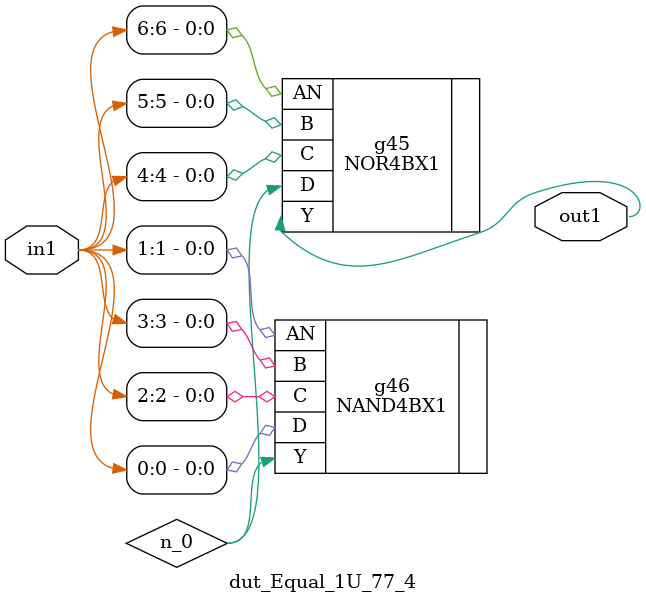
<source format=v>
`timescale 1ps / 1ps


module dut_Equal_1U_77_4(in1, out1);
  input [6:0] in1;
  output out1;
  wire [6:0] in1;
  wire out1;
  wire n_0;
  NOR4BX1 g45(.AN (in1[6]), .B (in1[5]), .C (in1[4]), .D (n_0), .Y
       (out1));
  NAND4BX1 g46(.AN (in1[1]), .B (in1[3]), .C (in1[2]), .D (in1[0]), .Y
       (n_0));
endmodule



</source>
